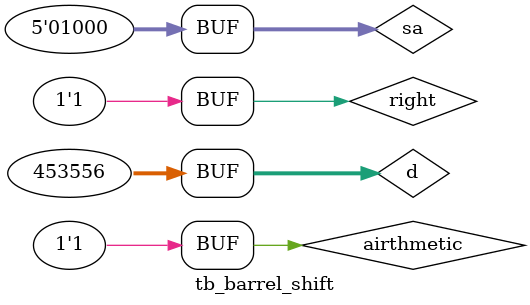
<source format=sv>

module tb_barrel_shift ;
logic [31:0] d ;
logic [31:0] out ;
logic right ,airthmetic ;
logic [4:0] sa ;
// instantiation 

barrel_shifter ut1(.d(d),.sa(sa),.out(out),.right(right),.airthmetic(airthmetic));

initial begin 
d=32'd10 ;
#5;
sa=4 ;
right=1 ;
airthmetic = 0 ;
#10 ;
sa=5 ;
  d=32'd45356;
right = 0 ;
airthmetic=0  ;
  d=32'd453556;
#5 right=1;
airthmetic =1 ;
sa=8 ;
end
initial begin 
$monitor ("d=%d |out=%d | sa=%d| right=%b |aithemtic =%b ",d,out,sa,right,airthmetic);
end
endmodule


</source>
